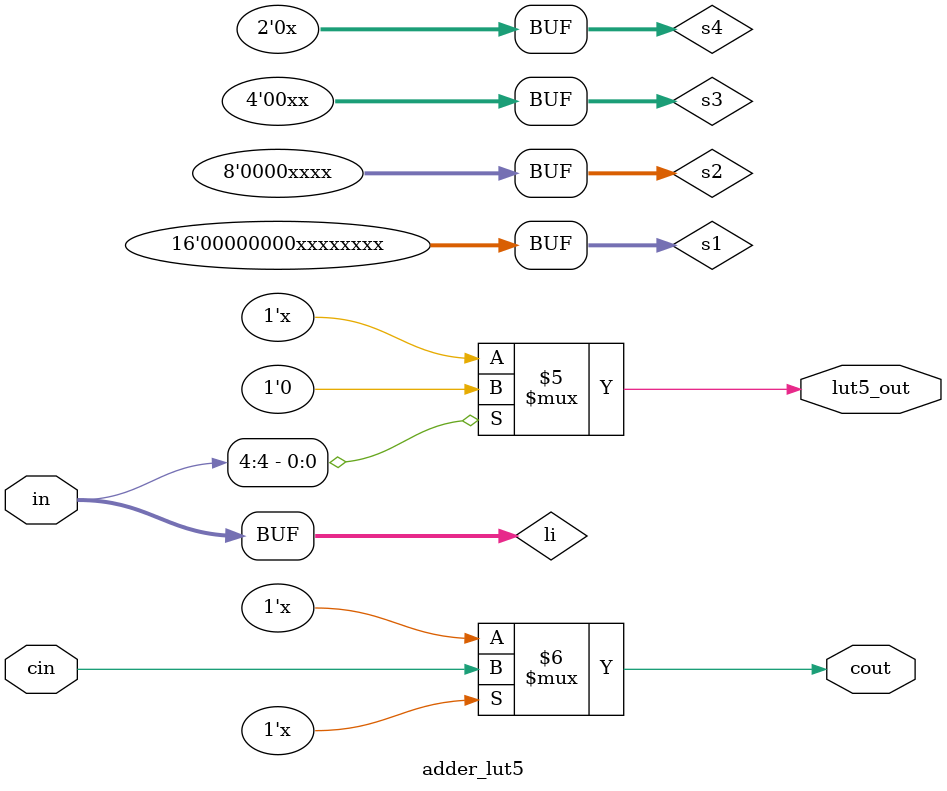
<source format=v>
module adder_lut5(
   output lut5_out,
   (* abc9_carry *)
   output cout,
   input [0:4] in,
   (* abc9_carry *)
   input cin
);
    parameter [0:15] LUT=0;
    parameter IN2_IS_CIN = 0;
    wire [0:4] li = (IN2_IS_CIN) ? {in[0], in[1], cin, in[3], in[4]} : {in[0], in[1], in[2], in[3],in[4]};
    // Output function
    wire [0:15] s1 = li[0] ?
        {LUT[0], LUT[2], LUT[4], LUT[6], LUT[8], LUT[10], LUT[12], LUT[14], LUT[16], LUT[18], LUT[20], LUT[22], LUT[24], LUT[26], LUT[28], LUT[30]}:
        {LUT[1], LUT[3], LUT[5], LUT[7], LUT[9], LUT[11], LUT[13], LUT[15], LUT[17], LUT[19], LUT[21], LUT[23], LUT[25], LUT[27], LUT[29], LUT[31]};
    wire [0:7] s2 = li[1] ? {s1[0], s1[2], s1[4], s1[6], s1[8], s1[10], s1[12], s1[14]} :
                            {s1[1], s1[3], s1[5], s1[7], s1[9], s1[11], s1[13], s1[15]};
    wire [0:3] s3 = li[2] ? {s2[0], s2[2], s2[4], s2[6]} : {s2[1], s2[3], s2[5], s2[7]};
    wire [0:1] s4 = li[3] ? {s3[0], s3[2]} : {s3[1], s3[3]};
    assign lut5_out = li[4] ? s4[0] : s4[1];
    // Carry out function
    assign cout = (s3[2]) ? cin : s3[3];
endmodule
</source>
